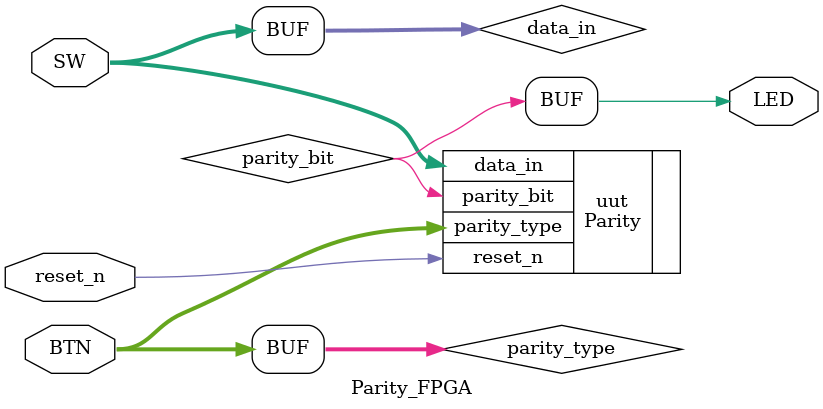
<source format=v>
module Parity_FPGA(
  input  wire        reset_n,     // Active low reset button
  input  wire [7:0]  SW,          // 8-bit switches for `data_in`
  input  wire [1:0]  BTN,         // 2 push buttons for `parity_type`
  output wire        LED          // Single LED for `parity_bit`
);

  // Internal signal declaration
  wire [7:0] data_in;
  wire [1:0] parity_type;
  wire parity_bit;

  // Map switches and buttons to module inputs
  assign data_in = SW;         // 8-bit switches as `data_in`
  assign parity_type = BTN;    // 2 push buttons as `parity_type`

  // Instantiate the Parity module
  Parity uut (
    .reset_n(reset_n),
    .data_in(data_in),
    .parity_type(parity_type),
    .parity_bit(parity_bit)
  );

  // Map output to LED
  assign LED = parity_bit;

endmodule

</source>
